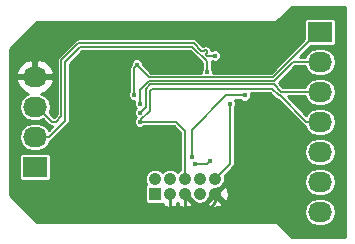
<source format=gbl>
G04 #@! TF.FileFunction,Copper,L2,Bot,Signal*
%FSLAX46Y46*%
G04 Gerber Fmt 4.6, Leading zero omitted, Abs format (unit mm)*
G04 Created by KiCad (PCBNEW (2016-11-25 revision 30df041)-master) date Sun Nov 27 00:56:35 2016*
%MOMM*%
%LPD*%
G01*
G04 APERTURE LIST*
%ADD10C,0.100000*%
%ADD11O,2.032000X1.727200*%
%ADD12R,2.032000X1.727200*%
%ADD13C,1.050000*%
%ADD14R,1.050000X1.050000*%
%ADD15C,0.800000*%
%ADD16C,0.400000*%
%ADD17C,0.250000*%
%ADD18C,0.152400*%
%ADD19C,0.254000*%
G04 APERTURE END LIST*
D10*
D11*
X160020000Y-109220000D03*
X160020000Y-106680000D03*
X160020000Y-104140000D03*
X160020000Y-101600000D03*
X160020000Y-99060000D03*
X160020000Y-96520000D03*
D12*
X160020000Y-93980000D03*
X135890000Y-105410000D03*
D11*
X135890000Y-102870000D03*
X135890000Y-100330000D03*
X135890000Y-97790000D03*
D13*
X146050000Y-106426000D03*
X151130000Y-106426000D03*
X149860000Y-106426000D03*
X148590000Y-106426000D03*
X147320000Y-106426000D03*
X151130000Y-107696000D03*
X149860000Y-107696000D03*
X148590000Y-107696000D03*
X147320000Y-107696000D03*
D14*
X146050000Y-107696000D03*
D15*
X142747996Y-100520500D03*
D16*
X144272000Y-99314000D03*
X144526000Y-96774000D03*
X144780000Y-100076000D03*
X144780000Y-100838000D03*
X144780000Y-101600000D03*
X151130000Y-96012000D03*
X150460002Y-97409000D03*
X149161500Y-104584500D03*
X153670000Y-99377500D03*
X150685500Y-104965500D03*
X149415500Y-105156000D03*
X152400000Y-100076000D03*
D17*
X142747996Y-101086185D02*
X142747996Y-100520500D01*
X142747996Y-106028998D02*
X142747996Y-101086185D01*
X145684998Y-108966000D02*
X142747996Y-106028998D01*
X147320000Y-108966000D02*
X145684998Y-108966000D01*
X148590000Y-109220000D02*
X147574000Y-109220000D01*
X147574000Y-109220000D02*
X147320000Y-108966000D01*
X135890000Y-97790000D02*
X135737600Y-97790000D01*
X147320000Y-108438462D02*
X147320000Y-108966000D01*
X147320000Y-107696000D02*
X147320000Y-108438462D01*
X151130000Y-107696000D02*
X151130000Y-108438462D01*
X151130000Y-108438462D02*
X150348462Y-109220000D01*
X150348462Y-109220000D02*
X148590000Y-109220000D01*
X148590000Y-109220000D02*
X148590000Y-107696000D01*
D18*
X144272000Y-99314000D02*
X144272000Y-97028000D01*
X144272000Y-97028000D02*
X144526000Y-96774000D01*
X160020000Y-93980000D02*
X159867600Y-93980000D01*
X159867600Y-93980000D02*
X156009999Y-97837601D01*
X156009999Y-97837601D02*
X145589601Y-97837601D01*
X145589601Y-97837601D02*
X144526000Y-96774000D01*
X145542000Y-98142411D02*
X144780000Y-98904411D01*
X144780000Y-98904411D02*
X144780000Y-100076000D01*
X156136255Y-98142411D02*
X145542000Y-98142411D01*
X160020000Y-96520000D02*
X157758666Y-96520000D01*
X157758666Y-96520000D02*
X156136255Y-98142411D01*
X145288000Y-100330000D02*
X145113399Y-100504601D01*
X145113399Y-100504601D02*
X144780000Y-100838000D01*
X145288000Y-98827477D02*
X145288000Y-100330000D01*
X145668256Y-98447221D02*
X145288000Y-98827477D01*
X156105221Y-98447221D02*
X145668256Y-98447221D01*
X156718000Y-99060000D02*
X156105221Y-98447221D01*
X160020000Y-99060000D02*
X156718000Y-99060000D01*
X148590000Y-106426000D02*
X148590000Y-102362000D01*
X148590000Y-102362000D02*
X147828000Y-101600000D01*
X147828000Y-101600000D02*
X144780000Y-101600000D01*
X145592810Y-99009190D02*
X145592810Y-100659520D01*
X145592810Y-100659520D02*
X144780000Y-101472330D01*
X144780000Y-101472330D02*
X144780000Y-101600000D01*
X146050000Y-98806000D02*
X145796000Y-98806000D01*
X145796000Y-98806000D02*
X145592810Y-99009190D01*
X147066000Y-98806000D02*
X146050000Y-98806000D01*
X155956000Y-98806000D02*
X147066000Y-98806000D01*
X156514810Y-99364810D02*
X155956000Y-98806000D01*
X160020000Y-101600000D02*
X158851600Y-101600000D01*
X158851600Y-101600000D02*
X156616410Y-99364810D01*
X156616410Y-99364810D02*
X156514810Y-99364810D01*
X151130000Y-96012000D02*
X150418066Y-96012000D01*
X150418066Y-96012000D02*
X150396788Y-95985318D01*
X150077711Y-95624625D02*
X150044440Y-95617031D01*
X150396788Y-95985318D02*
X150381981Y-95954571D01*
X149351257Y-94945191D02*
X139573744Y-94945190D01*
X150381981Y-95954571D02*
X150374387Y-95921300D01*
X150242420Y-95546469D02*
X150215738Y-95567747D01*
X150273167Y-95531662D02*
X150242420Y-95546469D01*
X150044440Y-95617031D02*
X150013693Y-95602224D01*
X150374387Y-95921300D02*
X150374387Y-95887173D01*
X150418066Y-95796473D02*
X150431265Y-95783273D01*
X150374387Y-95887173D02*
X150381981Y-95853902D01*
X150013693Y-95602224D02*
X149987013Y-95580947D01*
X150474944Y-95658446D02*
X150467350Y-95625175D01*
X150381981Y-95853902D02*
X150396788Y-95823155D01*
X150452543Y-95594428D02*
X150431265Y-95567747D01*
X150306438Y-95524068D02*
X150273167Y-95531662D01*
X150396788Y-95823155D02*
X150418066Y-95796473D01*
X150431265Y-95783273D02*
X150452543Y-95756592D01*
X150452543Y-95756592D02*
X150467350Y-95725844D01*
X150175857Y-95602224D02*
X150145109Y-95617031D01*
X150467350Y-95725844D02*
X150474944Y-95692573D01*
X150467350Y-95625175D02*
X150452543Y-95594428D01*
X150202538Y-95580946D02*
X150175857Y-95602224D01*
X150474944Y-95692573D02*
X150474944Y-95658446D01*
X150431265Y-95567747D02*
X150404583Y-95546469D01*
X150404583Y-95546469D02*
X150373836Y-95531662D01*
X150373836Y-95531662D02*
X150340565Y-95524068D01*
X150215738Y-95567747D02*
X150202538Y-95580946D01*
X150340565Y-95524068D02*
X150306438Y-95524068D01*
X150145109Y-95617031D02*
X150111838Y-95624625D01*
X150111838Y-95624625D02*
X150077711Y-95624625D01*
X138125190Y-101142810D02*
X137668000Y-101600000D01*
X149987013Y-95580947D02*
X149351257Y-94945191D01*
X139573744Y-94945190D02*
X138125191Y-96393743D01*
X138125191Y-96393743D02*
X138125190Y-101142810D01*
X137668000Y-101600000D02*
X137312400Y-101600000D01*
X137312400Y-101600000D02*
X136042400Y-100330000D01*
X136042400Y-100330000D02*
X135890000Y-100330000D01*
X149225000Y-95250000D02*
X150460002Y-96485002D01*
X150460002Y-96485002D02*
X150460002Y-97409000D01*
X139700000Y-95250000D02*
X149225000Y-95250000D01*
X138430000Y-96520000D02*
X139700000Y-95250000D01*
X138430000Y-101498400D02*
X138430000Y-96520000D01*
X135890000Y-102870000D02*
X137058400Y-102870000D01*
X137058400Y-102870000D02*
X138430000Y-101498400D01*
X149161500Y-102284841D02*
X149161500Y-104301658D01*
X152068841Y-99377500D02*
X149161500Y-102284841D01*
X149161500Y-104301658D02*
X149161500Y-104584500D01*
X153670000Y-99377500D02*
X152068841Y-99377500D01*
X149415500Y-105156000D02*
X150495000Y-105156000D01*
X150495000Y-105156000D02*
X150685500Y-104965500D01*
X152400000Y-100076000D02*
X152400000Y-105156000D01*
X152400000Y-105156000D02*
X151130000Y-106426000D01*
D19*
G36*
X162133000Y-111333000D02*
X157656869Y-111333000D01*
X156511935Y-110188065D01*
X156373406Y-110095503D01*
X156210000Y-110062999D01*
X156209995Y-110063000D01*
X136066869Y-110063000D01*
X135223870Y-109220000D01*
X158650689Y-109220000D01*
X158741318Y-109675623D01*
X158999408Y-110061881D01*
X159385666Y-110319971D01*
X159841289Y-110410600D01*
X160198711Y-110410600D01*
X160654334Y-110319971D01*
X161040592Y-110061881D01*
X161298682Y-109675623D01*
X161389311Y-109220000D01*
X161298682Y-108764377D01*
X161040592Y-108378119D01*
X160654334Y-108120029D01*
X160198711Y-108029400D01*
X159841289Y-108029400D01*
X159385666Y-108120029D01*
X158999408Y-108378119D01*
X158741318Y-108764377D01*
X158650689Y-109220000D01*
X135223870Y-109220000D01*
X133777000Y-107773130D01*
X133777000Y-104546400D01*
X134540594Y-104546400D01*
X134540594Y-106273600D01*
X134565973Y-106401189D01*
X134638246Y-106509354D01*
X134746411Y-106581627D01*
X134874000Y-106607006D01*
X136906000Y-106607006D01*
X137033589Y-106581627D01*
X137141754Y-106509354D01*
X137214027Y-106401189D01*
X137239406Y-106273600D01*
X137239406Y-104546400D01*
X137214027Y-104418811D01*
X137141754Y-104310646D01*
X137033589Y-104238373D01*
X136906000Y-104212994D01*
X134874000Y-104212994D01*
X134746411Y-104238373D01*
X134638246Y-104310646D01*
X134565973Y-104418811D01*
X134540594Y-104546400D01*
X133777000Y-104546400D01*
X133777000Y-98149026D01*
X134282642Y-98149026D01*
X134285291Y-98164791D01*
X134539268Y-98692036D01*
X134975680Y-99081954D01*
X135347039Y-99211854D01*
X135255666Y-99230029D01*
X134869408Y-99488119D01*
X134611318Y-99874377D01*
X134520689Y-100330000D01*
X134611318Y-100785623D01*
X134869408Y-101171881D01*
X135255666Y-101429971D01*
X135711289Y-101520600D01*
X136068711Y-101520600D01*
X136524334Y-101429971D01*
X136553004Y-101410814D01*
X137027294Y-101885105D01*
X137051981Y-101901600D01*
X137158102Y-101972508D01*
X137312400Y-102003200D01*
X137354990Y-102003200D01*
X137078612Y-102279578D01*
X136910592Y-102028119D01*
X136524334Y-101770029D01*
X136068711Y-101679400D01*
X135711289Y-101679400D01*
X135255666Y-101770029D01*
X134869408Y-102028119D01*
X134611318Y-102414377D01*
X134520689Y-102870000D01*
X134611318Y-103325623D01*
X134869408Y-103711881D01*
X135255666Y-103969971D01*
X135711289Y-104060600D01*
X136068711Y-104060600D01*
X136524334Y-103969971D01*
X136910592Y-103711881D01*
X137168682Y-103325623D01*
X137184082Y-103248200D01*
X137212698Y-103242508D01*
X137343505Y-103155105D01*
X138715105Y-101783506D01*
X138802508Y-101652698D01*
X138812990Y-101600000D01*
X138833200Y-101498400D01*
X138833200Y-96687010D01*
X139867011Y-95653200D01*
X149057990Y-95653200D01*
X150056802Y-96652013D01*
X150056802Y-97066855D01*
X150013493Y-97110088D01*
X149933093Y-97303713D01*
X149932979Y-97434401D01*
X145756611Y-97434401D01*
X145053039Y-96730829D01*
X145053092Y-96669633D01*
X144973030Y-96475868D01*
X144824912Y-96327491D01*
X144631287Y-96247091D01*
X144421633Y-96246908D01*
X144227868Y-96326970D01*
X144079491Y-96475088D01*
X143999091Y-96668713D01*
X143999037Y-96730753D01*
X143986895Y-96742895D01*
X143899492Y-96873702D01*
X143868800Y-97028000D01*
X143868800Y-98971855D01*
X143825491Y-99015088D01*
X143745091Y-99208713D01*
X143744908Y-99418367D01*
X143824970Y-99612132D01*
X143973088Y-99760509D01*
X144166713Y-99840909D01*
X144306939Y-99841031D01*
X144253091Y-99970713D01*
X144252908Y-100180367D01*
X144332970Y-100374132D01*
X144415708Y-100457015D01*
X144333491Y-100539088D01*
X144253091Y-100732713D01*
X144252908Y-100942367D01*
X144332970Y-101136132D01*
X144415708Y-101219015D01*
X144333491Y-101301088D01*
X144253091Y-101494713D01*
X144252908Y-101704367D01*
X144332970Y-101898132D01*
X144481088Y-102046509D01*
X144674713Y-102126909D01*
X144884367Y-102127092D01*
X145078132Y-102047030D01*
X145122039Y-102003200D01*
X147660990Y-102003200D01*
X148186800Y-102529011D01*
X148186800Y-105670733D01*
X148108011Y-105703288D01*
X147954943Y-105856089D01*
X147803250Y-105704130D01*
X147490217Y-105574148D01*
X147151270Y-105573852D01*
X146838011Y-105703288D01*
X146684943Y-105856089D01*
X146533250Y-105704130D01*
X146220217Y-105574148D01*
X145881270Y-105573852D01*
X145568011Y-105703288D01*
X145328130Y-105942750D01*
X145198148Y-106255783D01*
X145197852Y-106594730D01*
X145327288Y-106907989D01*
X145328389Y-106909092D01*
X145289246Y-106935246D01*
X145216973Y-107043411D01*
X145191594Y-107171000D01*
X145191594Y-108221000D01*
X145216973Y-108348589D01*
X145289246Y-108456754D01*
X145397411Y-108529027D01*
X145525000Y-108554406D01*
X146509298Y-108554406D01*
X146575250Y-108620358D01*
X146657640Y-108537968D01*
X146696146Y-108530309D01*
X146731575Y-108721962D01*
X147168985Y-108869046D01*
X147629386Y-108837543D01*
X147908425Y-108721962D01*
X147945794Y-108519814D01*
X147955000Y-108510608D01*
X147964206Y-108519814D01*
X148001575Y-108721962D01*
X148438985Y-108869046D01*
X148899386Y-108837543D01*
X149178425Y-108721962D01*
X149218667Y-108504273D01*
X148590000Y-107875605D01*
X148575858Y-107889748D01*
X148490102Y-107803992D01*
X148476270Y-107601840D01*
X148575858Y-107502253D01*
X148590000Y-107516395D01*
X148604142Y-107502252D01*
X148783748Y-107681858D01*
X148769605Y-107696000D01*
X149056801Y-107983195D01*
X149137288Y-108177989D01*
X149376750Y-108417870D01*
X149689783Y-108547852D01*
X150028730Y-108548148D01*
X150134915Y-108504273D01*
X150501333Y-108504273D01*
X150541575Y-108721962D01*
X150978985Y-108869046D01*
X151439386Y-108837543D01*
X151718425Y-108721962D01*
X151758667Y-108504273D01*
X151130000Y-107875605D01*
X150501333Y-108504273D01*
X150134915Y-108504273D01*
X150341989Y-108418712D01*
X150581870Y-108179250D01*
X150663335Y-107983060D01*
X150950395Y-107696000D01*
X151309605Y-107696000D01*
X151938273Y-108324667D01*
X152155962Y-108284425D01*
X152303046Y-107847015D01*
X152271543Y-107386614D01*
X152155962Y-107107575D01*
X151938273Y-107067333D01*
X151309605Y-107696000D01*
X150950395Y-107696000D01*
X150936252Y-107681858D01*
X151115858Y-107502253D01*
X151130000Y-107516395D01*
X151417195Y-107229199D01*
X151611989Y-107148712D01*
X151851870Y-106909250D01*
X151947062Y-106680000D01*
X158650689Y-106680000D01*
X158741318Y-107135623D01*
X158999408Y-107521881D01*
X159385666Y-107779971D01*
X159841289Y-107870600D01*
X160198711Y-107870600D01*
X160654334Y-107779971D01*
X161040592Y-107521881D01*
X161298682Y-107135623D01*
X161389311Y-106680000D01*
X161298682Y-106224377D01*
X161040592Y-105838119D01*
X160654334Y-105580029D01*
X160198711Y-105489400D01*
X159841289Y-105489400D01*
X159385666Y-105580029D01*
X158999408Y-105838119D01*
X158741318Y-106224377D01*
X158650689Y-106680000D01*
X151947062Y-106680000D01*
X151981852Y-106596217D01*
X151982148Y-106257270D01*
X151949048Y-106177162D01*
X152685105Y-105441106D01*
X152772508Y-105310298D01*
X152781635Y-105264412D01*
X152803200Y-105156000D01*
X152803200Y-104140000D01*
X158650689Y-104140000D01*
X158741318Y-104595623D01*
X158999408Y-104981881D01*
X159385666Y-105239971D01*
X159841289Y-105330600D01*
X160198711Y-105330600D01*
X160654334Y-105239971D01*
X161040592Y-104981881D01*
X161298682Y-104595623D01*
X161389311Y-104140000D01*
X161298682Y-103684377D01*
X161040592Y-103298119D01*
X160654334Y-103040029D01*
X160198711Y-102949400D01*
X159841289Y-102949400D01*
X159385666Y-103040029D01*
X158999408Y-103298119D01*
X158741318Y-103684377D01*
X158650689Y-104140000D01*
X152803200Y-104140000D01*
X152803200Y-100418145D01*
X152846509Y-100374912D01*
X152926909Y-100181287D01*
X152927092Y-99971633D01*
X152848200Y-99780700D01*
X153327855Y-99780700D01*
X153371088Y-99824009D01*
X153564713Y-99904409D01*
X153774367Y-99904592D01*
X153968132Y-99824530D01*
X154116509Y-99676412D01*
X154196909Y-99482787D01*
X154197092Y-99273133D01*
X154170675Y-99209200D01*
X155788990Y-99209200D01*
X156229705Y-99649916D01*
X156309888Y-99703492D01*
X156360512Y-99737318D01*
X156433158Y-99751768D01*
X158566495Y-101885105D01*
X158697302Y-101972508D01*
X158725918Y-101978200D01*
X158741318Y-102055623D01*
X158999408Y-102441881D01*
X159385666Y-102699971D01*
X159841289Y-102790600D01*
X160198711Y-102790600D01*
X160654334Y-102699971D01*
X161040592Y-102441881D01*
X161298682Y-102055623D01*
X161389311Y-101600000D01*
X161298682Y-101144377D01*
X161040592Y-100758119D01*
X160654334Y-100500029D01*
X160198711Y-100409400D01*
X159841289Y-100409400D01*
X159385666Y-100500029D01*
X158999408Y-100758119D01*
X158831388Y-101009578D01*
X157285010Y-99463200D01*
X158730890Y-99463200D01*
X158741318Y-99515623D01*
X158999408Y-99901881D01*
X159385666Y-100159971D01*
X159841289Y-100250600D01*
X160198711Y-100250600D01*
X160654334Y-100159971D01*
X161040592Y-99901881D01*
X161298682Y-99515623D01*
X161389311Y-99060000D01*
X161298682Y-98604377D01*
X161040592Y-98218119D01*
X160654334Y-97960029D01*
X160198711Y-97869400D01*
X159841289Y-97869400D01*
X159385666Y-97960029D01*
X158999408Y-98218119D01*
X158741318Y-98604377D01*
X158730890Y-98656800D01*
X156885011Y-98656800D01*
X156538543Y-98310333D01*
X157925677Y-96923200D01*
X158730890Y-96923200D01*
X158741318Y-96975623D01*
X158999408Y-97361881D01*
X159385666Y-97619971D01*
X159841289Y-97710600D01*
X160198711Y-97710600D01*
X160654334Y-97619971D01*
X161040592Y-97361881D01*
X161298682Y-96975623D01*
X161389311Y-96520000D01*
X161298682Y-96064377D01*
X161040592Y-95678119D01*
X160654334Y-95420029D01*
X160198711Y-95329400D01*
X159841289Y-95329400D01*
X159385666Y-95420029D01*
X158999408Y-95678119D01*
X158741318Y-96064377D01*
X158730890Y-96116800D01*
X158301011Y-96116800D01*
X159240805Y-95177006D01*
X161036000Y-95177006D01*
X161163589Y-95151627D01*
X161271754Y-95079354D01*
X161344027Y-94971189D01*
X161369406Y-94843600D01*
X161369406Y-93116400D01*
X161344027Y-92988811D01*
X161271754Y-92880646D01*
X161163589Y-92808373D01*
X161036000Y-92782994D01*
X159004000Y-92782994D01*
X158876411Y-92808373D01*
X158768246Y-92880646D01*
X158695973Y-92988811D01*
X158670594Y-93116400D01*
X158670594Y-94606795D01*
X155842989Y-97434401D01*
X150986981Y-97434401D01*
X150987094Y-97304633D01*
X150907032Y-97110868D01*
X150863202Y-97066961D01*
X150863202Y-96485002D01*
X150860349Y-96470659D01*
X151024713Y-96538909D01*
X151234367Y-96539092D01*
X151428132Y-96459030D01*
X151576509Y-96310912D01*
X151656909Y-96117287D01*
X151657092Y-95907633D01*
X151577030Y-95713868D01*
X151428912Y-95565491D01*
X151235287Y-95485091D01*
X151025633Y-95484908D01*
X150864135Y-95551638D01*
X150860441Y-95535453D01*
X150848268Y-95508249D01*
X150847452Y-95504148D01*
X150844366Y-95499529D01*
X150841937Y-95494101D01*
X150840450Y-95488336D01*
X150839983Y-95482803D01*
X150838065Y-95479090D01*
X150830621Y-95450233D01*
X150815814Y-95419486D01*
X150797891Y-95395670D01*
X150796183Y-95391854D01*
X150792147Y-95388039D01*
X150788568Y-95383283D01*
X150785842Y-95378006D01*
X150784154Y-95372710D01*
X150781454Y-95369513D01*
X150767774Y-95343033D01*
X150746496Y-95316351D01*
X150723729Y-95297126D01*
X150721214Y-95293785D01*
X150716428Y-95290962D01*
X150711881Y-95287122D01*
X150708049Y-95282584D01*
X150705226Y-95277799D01*
X150701884Y-95275284D01*
X150682654Y-95252511D01*
X150655973Y-95231233D01*
X150629490Y-95217552D01*
X150626295Y-95214854D01*
X150621002Y-95213167D01*
X150615721Y-95210439D01*
X150610977Y-95206869D01*
X150607158Y-95202829D01*
X150603338Y-95201120D01*
X150579526Y-95183199D01*
X150548778Y-95168391D01*
X150519916Y-95160946D01*
X150516201Y-95159027D01*
X150510666Y-95158560D01*
X150504911Y-95157076D01*
X150499482Y-95154646D01*
X150494863Y-95151560D01*
X150490762Y-95150744D01*
X150463558Y-95138571D01*
X150430287Y-95130977D01*
X150400492Y-95130141D01*
X150396444Y-95129097D01*
X150390946Y-95129873D01*
X150384998Y-95129706D01*
X150379167Y-95128546D01*
X150373976Y-95126565D01*
X150369795Y-95126682D01*
X150340565Y-95120868D01*
X150306438Y-95120868D01*
X150277208Y-95126682D01*
X150273028Y-95126565D01*
X150267838Y-95128546D01*
X150262005Y-95129706D01*
X150256064Y-95129873D01*
X150250560Y-95129096D01*
X150246508Y-95130141D01*
X150216717Y-95130977D01*
X150183445Y-95138571D01*
X150156241Y-95150744D01*
X150152140Y-95151560D01*
X150147521Y-95154646D01*
X150142093Y-95157075D01*
X150136336Y-95158560D01*
X150134954Y-95158677D01*
X149636362Y-94660086D01*
X149505555Y-94572683D01*
X149505550Y-94572682D01*
X149351257Y-94541991D01*
X139573744Y-94541990D01*
X139419446Y-94572682D01*
X139288638Y-94660085D01*
X137840086Y-96108638D01*
X137752683Y-96239445D01*
X137721991Y-96393743D01*
X137721990Y-100975799D01*
X137500990Y-101196800D01*
X137479411Y-101196800D01*
X137128448Y-100845837D01*
X137168682Y-100785623D01*
X137259311Y-100330000D01*
X137168682Y-99874377D01*
X136910592Y-99488119D01*
X136524334Y-99230029D01*
X136432961Y-99211854D01*
X136804320Y-99081954D01*
X137240732Y-98692036D01*
X137494709Y-98164791D01*
X137497358Y-98149026D01*
X137376217Y-97917000D01*
X136017000Y-97917000D01*
X136017000Y-97937000D01*
X135763000Y-97937000D01*
X135763000Y-97917000D01*
X134403783Y-97917000D01*
X134282642Y-98149026D01*
X133777000Y-98149026D01*
X133777000Y-97430974D01*
X134282642Y-97430974D01*
X134403783Y-97663000D01*
X135763000Y-97663000D01*
X135763000Y-96449076D01*
X136017000Y-96449076D01*
X136017000Y-97663000D01*
X137376217Y-97663000D01*
X137497358Y-97430974D01*
X137494709Y-97415209D01*
X137240732Y-96887964D01*
X136804320Y-96498046D01*
X136251913Y-96304816D01*
X136017000Y-96449076D01*
X135763000Y-96449076D01*
X135528087Y-96304816D01*
X134975680Y-96498046D01*
X134539268Y-96887964D01*
X134285291Y-97415209D01*
X134282642Y-97430974D01*
X133777000Y-97430974D01*
X133777000Y-95426870D01*
X136066869Y-93137000D01*
X156209995Y-93137000D01*
X156210000Y-93137001D01*
X156373406Y-93104497D01*
X156511935Y-93011935D01*
X157656869Y-91867000D01*
X162133000Y-91867000D01*
X162133000Y-111333000D01*
X162133000Y-111333000D01*
G37*
X162133000Y-111333000D02*
X157656869Y-111333000D01*
X156511935Y-110188065D01*
X156373406Y-110095503D01*
X156210000Y-110062999D01*
X156209995Y-110063000D01*
X136066869Y-110063000D01*
X135223870Y-109220000D01*
X158650689Y-109220000D01*
X158741318Y-109675623D01*
X158999408Y-110061881D01*
X159385666Y-110319971D01*
X159841289Y-110410600D01*
X160198711Y-110410600D01*
X160654334Y-110319971D01*
X161040592Y-110061881D01*
X161298682Y-109675623D01*
X161389311Y-109220000D01*
X161298682Y-108764377D01*
X161040592Y-108378119D01*
X160654334Y-108120029D01*
X160198711Y-108029400D01*
X159841289Y-108029400D01*
X159385666Y-108120029D01*
X158999408Y-108378119D01*
X158741318Y-108764377D01*
X158650689Y-109220000D01*
X135223870Y-109220000D01*
X133777000Y-107773130D01*
X133777000Y-104546400D01*
X134540594Y-104546400D01*
X134540594Y-106273600D01*
X134565973Y-106401189D01*
X134638246Y-106509354D01*
X134746411Y-106581627D01*
X134874000Y-106607006D01*
X136906000Y-106607006D01*
X137033589Y-106581627D01*
X137141754Y-106509354D01*
X137214027Y-106401189D01*
X137239406Y-106273600D01*
X137239406Y-104546400D01*
X137214027Y-104418811D01*
X137141754Y-104310646D01*
X137033589Y-104238373D01*
X136906000Y-104212994D01*
X134874000Y-104212994D01*
X134746411Y-104238373D01*
X134638246Y-104310646D01*
X134565973Y-104418811D01*
X134540594Y-104546400D01*
X133777000Y-104546400D01*
X133777000Y-98149026D01*
X134282642Y-98149026D01*
X134285291Y-98164791D01*
X134539268Y-98692036D01*
X134975680Y-99081954D01*
X135347039Y-99211854D01*
X135255666Y-99230029D01*
X134869408Y-99488119D01*
X134611318Y-99874377D01*
X134520689Y-100330000D01*
X134611318Y-100785623D01*
X134869408Y-101171881D01*
X135255666Y-101429971D01*
X135711289Y-101520600D01*
X136068711Y-101520600D01*
X136524334Y-101429971D01*
X136553004Y-101410814D01*
X137027294Y-101885105D01*
X137051981Y-101901600D01*
X137158102Y-101972508D01*
X137312400Y-102003200D01*
X137354990Y-102003200D01*
X137078612Y-102279578D01*
X136910592Y-102028119D01*
X136524334Y-101770029D01*
X136068711Y-101679400D01*
X135711289Y-101679400D01*
X135255666Y-101770029D01*
X134869408Y-102028119D01*
X134611318Y-102414377D01*
X134520689Y-102870000D01*
X134611318Y-103325623D01*
X134869408Y-103711881D01*
X135255666Y-103969971D01*
X135711289Y-104060600D01*
X136068711Y-104060600D01*
X136524334Y-103969971D01*
X136910592Y-103711881D01*
X137168682Y-103325623D01*
X137184082Y-103248200D01*
X137212698Y-103242508D01*
X137343505Y-103155105D01*
X138715105Y-101783506D01*
X138802508Y-101652698D01*
X138812990Y-101600000D01*
X138833200Y-101498400D01*
X138833200Y-96687010D01*
X139867011Y-95653200D01*
X149057990Y-95653200D01*
X150056802Y-96652013D01*
X150056802Y-97066855D01*
X150013493Y-97110088D01*
X149933093Y-97303713D01*
X149932979Y-97434401D01*
X145756611Y-97434401D01*
X145053039Y-96730829D01*
X145053092Y-96669633D01*
X144973030Y-96475868D01*
X144824912Y-96327491D01*
X144631287Y-96247091D01*
X144421633Y-96246908D01*
X144227868Y-96326970D01*
X144079491Y-96475088D01*
X143999091Y-96668713D01*
X143999037Y-96730753D01*
X143986895Y-96742895D01*
X143899492Y-96873702D01*
X143868800Y-97028000D01*
X143868800Y-98971855D01*
X143825491Y-99015088D01*
X143745091Y-99208713D01*
X143744908Y-99418367D01*
X143824970Y-99612132D01*
X143973088Y-99760509D01*
X144166713Y-99840909D01*
X144306939Y-99841031D01*
X144253091Y-99970713D01*
X144252908Y-100180367D01*
X144332970Y-100374132D01*
X144415708Y-100457015D01*
X144333491Y-100539088D01*
X144253091Y-100732713D01*
X144252908Y-100942367D01*
X144332970Y-101136132D01*
X144415708Y-101219015D01*
X144333491Y-101301088D01*
X144253091Y-101494713D01*
X144252908Y-101704367D01*
X144332970Y-101898132D01*
X144481088Y-102046509D01*
X144674713Y-102126909D01*
X144884367Y-102127092D01*
X145078132Y-102047030D01*
X145122039Y-102003200D01*
X147660990Y-102003200D01*
X148186800Y-102529011D01*
X148186800Y-105670733D01*
X148108011Y-105703288D01*
X147954943Y-105856089D01*
X147803250Y-105704130D01*
X147490217Y-105574148D01*
X147151270Y-105573852D01*
X146838011Y-105703288D01*
X146684943Y-105856089D01*
X146533250Y-105704130D01*
X146220217Y-105574148D01*
X145881270Y-105573852D01*
X145568011Y-105703288D01*
X145328130Y-105942750D01*
X145198148Y-106255783D01*
X145197852Y-106594730D01*
X145327288Y-106907989D01*
X145328389Y-106909092D01*
X145289246Y-106935246D01*
X145216973Y-107043411D01*
X145191594Y-107171000D01*
X145191594Y-108221000D01*
X145216973Y-108348589D01*
X145289246Y-108456754D01*
X145397411Y-108529027D01*
X145525000Y-108554406D01*
X146509298Y-108554406D01*
X146575250Y-108620358D01*
X146657640Y-108537968D01*
X146696146Y-108530309D01*
X146731575Y-108721962D01*
X147168985Y-108869046D01*
X147629386Y-108837543D01*
X147908425Y-108721962D01*
X147945794Y-108519814D01*
X147955000Y-108510608D01*
X147964206Y-108519814D01*
X148001575Y-108721962D01*
X148438985Y-108869046D01*
X148899386Y-108837543D01*
X149178425Y-108721962D01*
X149218667Y-108504273D01*
X148590000Y-107875605D01*
X148575858Y-107889748D01*
X148490102Y-107803992D01*
X148476270Y-107601840D01*
X148575858Y-107502253D01*
X148590000Y-107516395D01*
X148604142Y-107502252D01*
X148783748Y-107681858D01*
X148769605Y-107696000D01*
X149056801Y-107983195D01*
X149137288Y-108177989D01*
X149376750Y-108417870D01*
X149689783Y-108547852D01*
X150028730Y-108548148D01*
X150134915Y-108504273D01*
X150501333Y-108504273D01*
X150541575Y-108721962D01*
X150978985Y-108869046D01*
X151439386Y-108837543D01*
X151718425Y-108721962D01*
X151758667Y-108504273D01*
X151130000Y-107875605D01*
X150501333Y-108504273D01*
X150134915Y-108504273D01*
X150341989Y-108418712D01*
X150581870Y-108179250D01*
X150663335Y-107983060D01*
X150950395Y-107696000D01*
X151309605Y-107696000D01*
X151938273Y-108324667D01*
X152155962Y-108284425D01*
X152303046Y-107847015D01*
X152271543Y-107386614D01*
X152155962Y-107107575D01*
X151938273Y-107067333D01*
X151309605Y-107696000D01*
X150950395Y-107696000D01*
X150936252Y-107681858D01*
X151115858Y-107502253D01*
X151130000Y-107516395D01*
X151417195Y-107229199D01*
X151611989Y-107148712D01*
X151851870Y-106909250D01*
X151947062Y-106680000D01*
X158650689Y-106680000D01*
X158741318Y-107135623D01*
X158999408Y-107521881D01*
X159385666Y-107779971D01*
X159841289Y-107870600D01*
X160198711Y-107870600D01*
X160654334Y-107779971D01*
X161040592Y-107521881D01*
X161298682Y-107135623D01*
X161389311Y-106680000D01*
X161298682Y-106224377D01*
X161040592Y-105838119D01*
X160654334Y-105580029D01*
X160198711Y-105489400D01*
X159841289Y-105489400D01*
X159385666Y-105580029D01*
X158999408Y-105838119D01*
X158741318Y-106224377D01*
X158650689Y-106680000D01*
X151947062Y-106680000D01*
X151981852Y-106596217D01*
X151982148Y-106257270D01*
X151949048Y-106177162D01*
X152685105Y-105441106D01*
X152772508Y-105310298D01*
X152781635Y-105264412D01*
X152803200Y-105156000D01*
X152803200Y-104140000D01*
X158650689Y-104140000D01*
X158741318Y-104595623D01*
X158999408Y-104981881D01*
X159385666Y-105239971D01*
X159841289Y-105330600D01*
X160198711Y-105330600D01*
X160654334Y-105239971D01*
X161040592Y-104981881D01*
X161298682Y-104595623D01*
X161389311Y-104140000D01*
X161298682Y-103684377D01*
X161040592Y-103298119D01*
X160654334Y-103040029D01*
X160198711Y-102949400D01*
X159841289Y-102949400D01*
X159385666Y-103040029D01*
X158999408Y-103298119D01*
X158741318Y-103684377D01*
X158650689Y-104140000D01*
X152803200Y-104140000D01*
X152803200Y-100418145D01*
X152846509Y-100374912D01*
X152926909Y-100181287D01*
X152927092Y-99971633D01*
X152848200Y-99780700D01*
X153327855Y-99780700D01*
X153371088Y-99824009D01*
X153564713Y-99904409D01*
X153774367Y-99904592D01*
X153968132Y-99824530D01*
X154116509Y-99676412D01*
X154196909Y-99482787D01*
X154197092Y-99273133D01*
X154170675Y-99209200D01*
X155788990Y-99209200D01*
X156229705Y-99649916D01*
X156309888Y-99703492D01*
X156360512Y-99737318D01*
X156433158Y-99751768D01*
X158566495Y-101885105D01*
X158697302Y-101972508D01*
X158725918Y-101978200D01*
X158741318Y-102055623D01*
X158999408Y-102441881D01*
X159385666Y-102699971D01*
X159841289Y-102790600D01*
X160198711Y-102790600D01*
X160654334Y-102699971D01*
X161040592Y-102441881D01*
X161298682Y-102055623D01*
X161389311Y-101600000D01*
X161298682Y-101144377D01*
X161040592Y-100758119D01*
X160654334Y-100500029D01*
X160198711Y-100409400D01*
X159841289Y-100409400D01*
X159385666Y-100500029D01*
X158999408Y-100758119D01*
X158831388Y-101009578D01*
X157285010Y-99463200D01*
X158730890Y-99463200D01*
X158741318Y-99515623D01*
X158999408Y-99901881D01*
X159385666Y-100159971D01*
X159841289Y-100250600D01*
X160198711Y-100250600D01*
X160654334Y-100159971D01*
X161040592Y-99901881D01*
X161298682Y-99515623D01*
X161389311Y-99060000D01*
X161298682Y-98604377D01*
X161040592Y-98218119D01*
X160654334Y-97960029D01*
X160198711Y-97869400D01*
X159841289Y-97869400D01*
X159385666Y-97960029D01*
X158999408Y-98218119D01*
X158741318Y-98604377D01*
X158730890Y-98656800D01*
X156885011Y-98656800D01*
X156538543Y-98310333D01*
X157925677Y-96923200D01*
X158730890Y-96923200D01*
X158741318Y-96975623D01*
X158999408Y-97361881D01*
X159385666Y-97619971D01*
X159841289Y-97710600D01*
X160198711Y-97710600D01*
X160654334Y-97619971D01*
X161040592Y-97361881D01*
X161298682Y-96975623D01*
X161389311Y-96520000D01*
X161298682Y-96064377D01*
X161040592Y-95678119D01*
X160654334Y-95420029D01*
X160198711Y-95329400D01*
X159841289Y-95329400D01*
X159385666Y-95420029D01*
X158999408Y-95678119D01*
X158741318Y-96064377D01*
X158730890Y-96116800D01*
X158301011Y-96116800D01*
X159240805Y-95177006D01*
X161036000Y-95177006D01*
X161163589Y-95151627D01*
X161271754Y-95079354D01*
X161344027Y-94971189D01*
X161369406Y-94843600D01*
X161369406Y-93116400D01*
X161344027Y-92988811D01*
X161271754Y-92880646D01*
X161163589Y-92808373D01*
X161036000Y-92782994D01*
X159004000Y-92782994D01*
X158876411Y-92808373D01*
X158768246Y-92880646D01*
X158695973Y-92988811D01*
X158670594Y-93116400D01*
X158670594Y-94606795D01*
X155842989Y-97434401D01*
X150986981Y-97434401D01*
X150987094Y-97304633D01*
X150907032Y-97110868D01*
X150863202Y-97066961D01*
X150863202Y-96485002D01*
X150860349Y-96470659D01*
X151024713Y-96538909D01*
X151234367Y-96539092D01*
X151428132Y-96459030D01*
X151576509Y-96310912D01*
X151656909Y-96117287D01*
X151657092Y-95907633D01*
X151577030Y-95713868D01*
X151428912Y-95565491D01*
X151235287Y-95485091D01*
X151025633Y-95484908D01*
X150864135Y-95551638D01*
X150860441Y-95535453D01*
X150848268Y-95508249D01*
X150847452Y-95504148D01*
X150844366Y-95499529D01*
X150841937Y-95494101D01*
X150840450Y-95488336D01*
X150839983Y-95482803D01*
X150838065Y-95479090D01*
X150830621Y-95450233D01*
X150815814Y-95419486D01*
X150797891Y-95395670D01*
X150796183Y-95391854D01*
X150792147Y-95388039D01*
X150788568Y-95383283D01*
X150785842Y-95378006D01*
X150784154Y-95372710D01*
X150781454Y-95369513D01*
X150767774Y-95343033D01*
X150746496Y-95316351D01*
X150723729Y-95297126D01*
X150721214Y-95293785D01*
X150716428Y-95290962D01*
X150711881Y-95287122D01*
X150708049Y-95282584D01*
X150705226Y-95277799D01*
X150701884Y-95275284D01*
X150682654Y-95252511D01*
X150655973Y-95231233D01*
X150629490Y-95217552D01*
X150626295Y-95214854D01*
X150621002Y-95213167D01*
X150615721Y-95210439D01*
X150610977Y-95206869D01*
X150607158Y-95202829D01*
X150603338Y-95201120D01*
X150579526Y-95183199D01*
X150548778Y-95168391D01*
X150519916Y-95160946D01*
X150516201Y-95159027D01*
X150510666Y-95158560D01*
X150504911Y-95157076D01*
X150499482Y-95154646D01*
X150494863Y-95151560D01*
X150490762Y-95150744D01*
X150463558Y-95138571D01*
X150430287Y-95130977D01*
X150400492Y-95130141D01*
X150396444Y-95129097D01*
X150390946Y-95129873D01*
X150384998Y-95129706D01*
X150379167Y-95128546D01*
X150373976Y-95126565D01*
X150369795Y-95126682D01*
X150340565Y-95120868D01*
X150306438Y-95120868D01*
X150277208Y-95126682D01*
X150273028Y-95126565D01*
X150267838Y-95128546D01*
X150262005Y-95129706D01*
X150256064Y-95129873D01*
X150250560Y-95129096D01*
X150246508Y-95130141D01*
X150216717Y-95130977D01*
X150183445Y-95138571D01*
X150156241Y-95150744D01*
X150152140Y-95151560D01*
X150147521Y-95154646D01*
X150142093Y-95157075D01*
X150136336Y-95158560D01*
X150134954Y-95158677D01*
X149636362Y-94660086D01*
X149505555Y-94572683D01*
X149505550Y-94572682D01*
X149351257Y-94541991D01*
X139573744Y-94541990D01*
X139419446Y-94572682D01*
X139288638Y-94660085D01*
X137840086Y-96108638D01*
X137752683Y-96239445D01*
X137721991Y-96393743D01*
X137721990Y-100975799D01*
X137500990Y-101196800D01*
X137479411Y-101196800D01*
X137128448Y-100845837D01*
X137168682Y-100785623D01*
X137259311Y-100330000D01*
X137168682Y-99874377D01*
X136910592Y-99488119D01*
X136524334Y-99230029D01*
X136432961Y-99211854D01*
X136804320Y-99081954D01*
X137240732Y-98692036D01*
X137494709Y-98164791D01*
X137497358Y-98149026D01*
X137376217Y-97917000D01*
X136017000Y-97917000D01*
X136017000Y-97937000D01*
X135763000Y-97937000D01*
X135763000Y-97917000D01*
X134403783Y-97917000D01*
X134282642Y-98149026D01*
X133777000Y-98149026D01*
X133777000Y-97430974D01*
X134282642Y-97430974D01*
X134403783Y-97663000D01*
X135763000Y-97663000D01*
X135763000Y-96449076D01*
X136017000Y-96449076D01*
X136017000Y-97663000D01*
X137376217Y-97663000D01*
X137497358Y-97430974D01*
X137494709Y-97415209D01*
X137240732Y-96887964D01*
X136804320Y-96498046D01*
X136251913Y-96304816D01*
X136017000Y-96449076D01*
X135763000Y-96449076D01*
X135528087Y-96304816D01*
X134975680Y-96498046D01*
X134539268Y-96887964D01*
X134285291Y-97415209D01*
X134282642Y-97430974D01*
X133777000Y-97430974D01*
X133777000Y-95426870D01*
X136066869Y-93137000D01*
X156209995Y-93137000D01*
X156210000Y-93137001D01*
X156373406Y-93104497D01*
X156511935Y-93011935D01*
X157656869Y-91867000D01*
X162133000Y-91867000D01*
X162133000Y-111333000D01*
G36*
X147419898Y-107588008D02*
X147433730Y-107790160D01*
X147334143Y-107889748D01*
X147320000Y-107875605D01*
X147305858Y-107889748D01*
X147126253Y-107710143D01*
X147140395Y-107696000D01*
X147126253Y-107681858D01*
X147305858Y-107502253D01*
X147320000Y-107516395D01*
X147334143Y-107502253D01*
X147419898Y-107588008D01*
X147419898Y-107588008D01*
G37*
X147419898Y-107588008D02*
X147433730Y-107790160D01*
X147334143Y-107889748D01*
X147320000Y-107875605D01*
X147305858Y-107889748D01*
X147126253Y-107710143D01*
X147140395Y-107696000D01*
X147126253Y-107681858D01*
X147305858Y-107502253D01*
X147320000Y-107516395D01*
X147334143Y-107502253D01*
X147419898Y-107588008D01*
M02*

</source>
